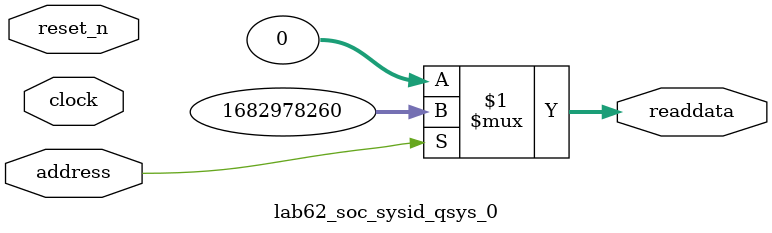
<source format=v>



// synthesis translate_off
`timescale 1ns / 1ps
// synthesis translate_on

// turn off superfluous verilog processor warnings 
// altera message_level Level1 
// altera message_off 10034 10035 10036 10037 10230 10240 10030 

module lab62_soc_sysid_qsys_0 (
               // inputs:
                address,
                clock,
                reset_n,

               // outputs:
                readdata
             )
;

  output  [ 31: 0] readdata;
  input            address;
  input            clock;
  input            reset_n;

  wire    [ 31: 0] readdata;
  //control_slave, which is an e_avalon_slave
  assign readdata = address ? 1682978260 : 0;

endmodule



</source>
